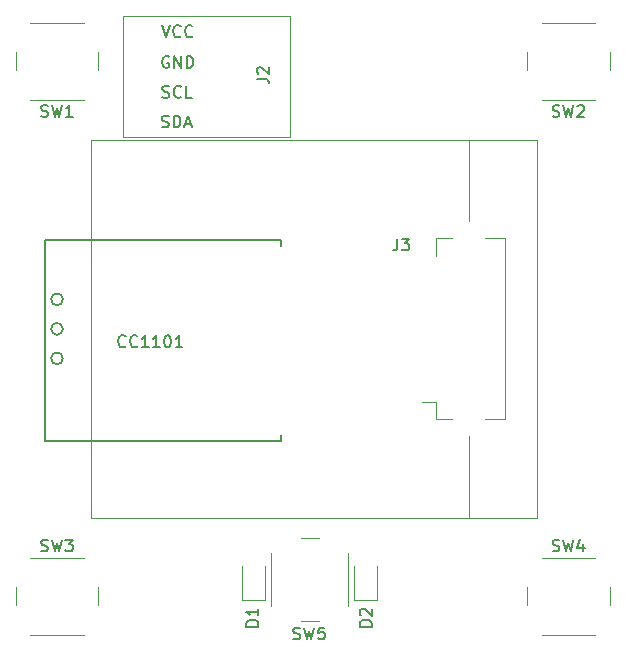
<source format=gbr>
G04 #@! TF.GenerationSoftware,KiCad,Pcbnew,(5.1.5-0-10_14)*
G04 #@! TF.CreationDate,2020-08-16T19:30:06+02:00*
G04 #@! TF.ProjectId,HB-RC-4-Dis-TH,48422d52-432d-4342-9d44-69732d54482e,rev?*
G04 #@! TF.SameCoordinates,Original*
G04 #@! TF.FileFunction,Legend,Top*
G04 #@! TF.FilePolarity,Positive*
%FSLAX46Y46*%
G04 Gerber Fmt 4.6, Leading zero omitted, Abs format (unit mm)*
G04 Created by KiCad (PCBNEW (5.1.5-0-10_14)) date 2020-08-16 19:30:06*
%MOMM*%
%LPD*%
G04 APERTURE LIST*
%ADD10C,0.120000*%
%ADD11C,0.150000*%
G04 APERTURE END LIST*
D10*
X59700000Y-90500000D02*
X59700000Y-97400000D01*
X30450000Y-90300000D02*
X30450000Y-80050000D01*
X44600000Y-90300000D02*
X30450000Y-90300000D01*
X44600000Y-80050000D02*
X44600000Y-90300000D01*
X30450000Y-80050000D02*
X44600000Y-80050000D01*
X59700000Y-115600000D02*
X59700000Y-122500000D01*
X27750000Y-122500000D02*
X27750000Y-90500000D01*
X65500000Y-122500000D02*
X27750000Y-122500000D01*
X65500000Y-90500000D02*
X65500000Y-122500000D01*
X27750000Y-90500000D02*
X65500000Y-90500000D01*
X62820000Y-98830000D02*
X61100000Y-98830000D01*
X62820000Y-114170000D02*
X62820000Y-98830000D01*
X61100000Y-114170000D02*
X62820000Y-114170000D01*
X56980000Y-112700000D02*
X55800000Y-112700000D01*
X56980000Y-114170000D02*
X56980000Y-112700000D01*
X58300000Y-114170000D02*
X56980000Y-114170000D01*
X56980000Y-98830000D02*
X58300000Y-98830000D01*
X56980000Y-100300000D02*
X56980000Y-98830000D01*
X47000000Y-124250000D02*
X45500000Y-124250000D01*
X43000000Y-125500000D02*
X43000000Y-130000000D01*
X45500000Y-131250000D02*
X47000000Y-131250000D01*
X49500000Y-130000000D02*
X49500000Y-125500000D01*
X71650000Y-129900000D02*
X71650000Y-128400000D01*
X70400000Y-125900000D02*
X65900000Y-125900000D01*
X64650000Y-128400000D02*
X64650000Y-129900000D01*
X65900000Y-132400000D02*
X70400000Y-132400000D01*
X28350000Y-129900000D02*
X28350000Y-128400000D01*
X27100000Y-125900000D02*
X22600000Y-125900000D01*
X21350000Y-128400000D02*
X21350000Y-129900000D01*
X22600000Y-132400000D02*
X27100000Y-132400000D01*
X64650000Y-83100000D02*
X64650000Y-84600000D01*
X65900000Y-87100000D02*
X70400000Y-87100000D01*
X71650000Y-84600000D02*
X71650000Y-83100000D01*
X70400000Y-80600000D02*
X65900000Y-80600000D01*
X21350000Y-83100000D02*
X21350000Y-84600000D01*
X22600000Y-87100000D02*
X27100000Y-87100000D01*
X28350000Y-84600000D02*
X28350000Y-83100000D01*
X27100000Y-80600000D02*
X22600000Y-80600000D01*
D11*
X43850000Y-99000000D02*
X43850000Y-99500000D01*
X43850000Y-116000000D02*
X43850000Y-115500000D01*
X25350000Y-104000000D02*
G75*
G03X25350000Y-104000000I-500000J0D01*
G01*
X25350000Y-109000000D02*
G75*
G03X25350000Y-109000000I-500000J0D01*
G01*
X25350000Y-106500000D02*
G75*
G03X25350000Y-106500000I-500000J0D01*
G01*
X43850000Y-116000000D02*
X23850000Y-116000000D01*
X23850000Y-116000000D02*
X23850000Y-99000000D01*
X23850000Y-99000000D02*
X43850000Y-99000000D01*
D10*
X51960000Y-129460000D02*
X51960000Y-126600000D01*
X50040000Y-129460000D02*
X51960000Y-129460000D01*
X50040000Y-126600000D02*
X50040000Y-129460000D01*
X42460000Y-129460000D02*
X42460000Y-126600000D01*
X40540000Y-129460000D02*
X42460000Y-129460000D01*
X40540000Y-126600000D02*
X40540000Y-129460000D01*
D11*
X53666666Y-98852380D02*
X53666666Y-99566666D01*
X53619047Y-99709523D01*
X53523809Y-99804761D01*
X53380952Y-99852380D01*
X53285714Y-99852380D01*
X54047619Y-98852380D02*
X54666666Y-98852380D01*
X54333333Y-99233333D01*
X54476190Y-99233333D01*
X54571428Y-99280952D01*
X54619047Y-99328571D01*
X54666666Y-99423809D01*
X54666666Y-99661904D01*
X54619047Y-99757142D01*
X54571428Y-99804761D01*
X54476190Y-99852380D01*
X54190476Y-99852380D01*
X54095238Y-99804761D01*
X54047619Y-99757142D01*
X41793380Y-85340933D02*
X42507666Y-85340933D01*
X42650523Y-85388552D01*
X42745761Y-85483790D01*
X42793380Y-85626647D01*
X42793380Y-85721885D01*
X41888619Y-84912361D02*
X41841000Y-84864742D01*
X41793380Y-84769504D01*
X41793380Y-84531409D01*
X41841000Y-84436171D01*
X41888619Y-84388552D01*
X41983857Y-84340933D01*
X42079095Y-84340933D01*
X42221952Y-84388552D01*
X42793380Y-84959980D01*
X42793380Y-84340933D01*
X33743266Y-80802380D02*
X34076600Y-81802380D01*
X34409933Y-80802380D01*
X35314695Y-81707142D02*
X35267076Y-81754761D01*
X35124219Y-81802380D01*
X35028980Y-81802380D01*
X34886123Y-81754761D01*
X34790885Y-81659523D01*
X34743266Y-81564285D01*
X34695647Y-81373809D01*
X34695647Y-81230952D01*
X34743266Y-81040476D01*
X34790885Y-80945238D01*
X34886123Y-80850000D01*
X35028980Y-80802380D01*
X35124219Y-80802380D01*
X35267076Y-80850000D01*
X35314695Y-80897619D01*
X36314695Y-81707142D02*
X36267076Y-81754761D01*
X36124219Y-81802380D01*
X36028980Y-81802380D01*
X35886123Y-81754761D01*
X35790885Y-81659523D01*
X35743266Y-81564285D01*
X35695647Y-81373809D01*
X35695647Y-81230952D01*
X35743266Y-81040476D01*
X35790885Y-80945238D01*
X35886123Y-80850000D01*
X36028980Y-80802380D01*
X36124219Y-80802380D01*
X36267076Y-80850000D01*
X36314695Y-80897619D01*
X34314695Y-83466200D02*
X34219457Y-83418580D01*
X34076600Y-83418580D01*
X33933742Y-83466200D01*
X33838504Y-83561438D01*
X33790885Y-83656676D01*
X33743266Y-83847152D01*
X33743266Y-83990009D01*
X33790885Y-84180485D01*
X33838504Y-84275723D01*
X33933742Y-84370961D01*
X34076600Y-84418580D01*
X34171838Y-84418580D01*
X34314695Y-84370961D01*
X34362314Y-84323342D01*
X34362314Y-83990009D01*
X34171838Y-83990009D01*
X34790885Y-84418580D02*
X34790885Y-83418580D01*
X35362314Y-84418580D01*
X35362314Y-83418580D01*
X35838504Y-84418580D02*
X35838504Y-83418580D01*
X36076600Y-83418580D01*
X36219457Y-83466200D01*
X36314695Y-83561438D01*
X36362314Y-83656676D01*
X36409933Y-83847152D01*
X36409933Y-83990009D01*
X36362314Y-84180485D01*
X36314695Y-84275723D01*
X36219457Y-84370961D01*
X36076600Y-84418580D01*
X35838504Y-84418580D01*
X33735314Y-89400161D02*
X33878171Y-89447780D01*
X34116266Y-89447780D01*
X34211504Y-89400161D01*
X34259123Y-89352542D01*
X34306742Y-89257304D01*
X34306742Y-89162066D01*
X34259123Y-89066828D01*
X34211504Y-89019209D01*
X34116266Y-88971590D01*
X33925790Y-88923971D01*
X33830552Y-88876352D01*
X33782933Y-88828733D01*
X33735314Y-88733495D01*
X33735314Y-88638257D01*
X33782933Y-88543019D01*
X33830552Y-88495400D01*
X33925790Y-88447780D01*
X34163885Y-88447780D01*
X34306742Y-88495400D01*
X34735314Y-89447780D02*
X34735314Y-88447780D01*
X34973409Y-88447780D01*
X35116266Y-88495400D01*
X35211504Y-88590638D01*
X35259123Y-88685876D01*
X35306742Y-88876352D01*
X35306742Y-89019209D01*
X35259123Y-89209685D01*
X35211504Y-89304923D01*
X35116266Y-89400161D01*
X34973409Y-89447780D01*
X34735314Y-89447780D01*
X35687695Y-89162066D02*
X36163885Y-89162066D01*
X35592457Y-89447780D02*
X35925790Y-88447780D01*
X36259123Y-89447780D01*
X33784523Y-86885561D02*
X33927380Y-86933180D01*
X34165476Y-86933180D01*
X34260714Y-86885561D01*
X34308333Y-86837942D01*
X34355952Y-86742704D01*
X34355952Y-86647466D01*
X34308333Y-86552228D01*
X34260714Y-86504609D01*
X34165476Y-86456990D01*
X33975000Y-86409371D01*
X33879761Y-86361752D01*
X33832142Y-86314133D01*
X33784523Y-86218895D01*
X33784523Y-86123657D01*
X33832142Y-86028419D01*
X33879761Y-85980800D01*
X33975000Y-85933180D01*
X34213095Y-85933180D01*
X34355952Y-85980800D01*
X35355952Y-86837942D02*
X35308333Y-86885561D01*
X35165476Y-86933180D01*
X35070238Y-86933180D01*
X34927380Y-86885561D01*
X34832142Y-86790323D01*
X34784523Y-86695085D01*
X34736904Y-86504609D01*
X34736904Y-86361752D01*
X34784523Y-86171276D01*
X34832142Y-86076038D01*
X34927380Y-85980800D01*
X35070238Y-85933180D01*
X35165476Y-85933180D01*
X35308333Y-85980800D01*
X35355952Y-86028419D01*
X36260714Y-86933180D02*
X35784523Y-86933180D01*
X35784523Y-85933180D01*
X44866666Y-132754761D02*
X45009523Y-132802380D01*
X45247619Y-132802380D01*
X45342857Y-132754761D01*
X45390476Y-132707142D01*
X45438095Y-132611904D01*
X45438095Y-132516666D01*
X45390476Y-132421428D01*
X45342857Y-132373809D01*
X45247619Y-132326190D01*
X45057142Y-132278571D01*
X44961904Y-132230952D01*
X44914285Y-132183333D01*
X44866666Y-132088095D01*
X44866666Y-131992857D01*
X44914285Y-131897619D01*
X44961904Y-131850000D01*
X45057142Y-131802380D01*
X45295238Y-131802380D01*
X45438095Y-131850000D01*
X45771428Y-131802380D02*
X46009523Y-132802380D01*
X46200000Y-132088095D01*
X46390476Y-132802380D01*
X46628571Y-131802380D01*
X47485714Y-131802380D02*
X47009523Y-131802380D01*
X46961904Y-132278571D01*
X47009523Y-132230952D01*
X47104761Y-132183333D01*
X47342857Y-132183333D01*
X47438095Y-132230952D01*
X47485714Y-132278571D01*
X47533333Y-132373809D01*
X47533333Y-132611904D01*
X47485714Y-132707142D01*
X47438095Y-132754761D01*
X47342857Y-132802380D01*
X47104761Y-132802380D01*
X47009523Y-132754761D01*
X46961904Y-132707142D01*
X66816666Y-125304761D02*
X66959523Y-125352380D01*
X67197619Y-125352380D01*
X67292857Y-125304761D01*
X67340476Y-125257142D01*
X67388095Y-125161904D01*
X67388095Y-125066666D01*
X67340476Y-124971428D01*
X67292857Y-124923809D01*
X67197619Y-124876190D01*
X67007142Y-124828571D01*
X66911904Y-124780952D01*
X66864285Y-124733333D01*
X66816666Y-124638095D01*
X66816666Y-124542857D01*
X66864285Y-124447619D01*
X66911904Y-124400000D01*
X67007142Y-124352380D01*
X67245238Y-124352380D01*
X67388095Y-124400000D01*
X67721428Y-124352380D02*
X67959523Y-125352380D01*
X68150000Y-124638095D01*
X68340476Y-125352380D01*
X68578571Y-124352380D01*
X69388095Y-124685714D02*
X69388095Y-125352380D01*
X69150000Y-124304761D02*
X68911904Y-125019047D01*
X69530952Y-125019047D01*
X23516666Y-125304761D02*
X23659523Y-125352380D01*
X23897619Y-125352380D01*
X23992857Y-125304761D01*
X24040476Y-125257142D01*
X24088095Y-125161904D01*
X24088095Y-125066666D01*
X24040476Y-124971428D01*
X23992857Y-124923809D01*
X23897619Y-124876190D01*
X23707142Y-124828571D01*
X23611904Y-124780952D01*
X23564285Y-124733333D01*
X23516666Y-124638095D01*
X23516666Y-124542857D01*
X23564285Y-124447619D01*
X23611904Y-124400000D01*
X23707142Y-124352380D01*
X23945238Y-124352380D01*
X24088095Y-124400000D01*
X24421428Y-124352380D02*
X24659523Y-125352380D01*
X24850000Y-124638095D01*
X25040476Y-125352380D01*
X25278571Y-124352380D01*
X25564285Y-124352380D02*
X26183333Y-124352380D01*
X25850000Y-124733333D01*
X25992857Y-124733333D01*
X26088095Y-124780952D01*
X26135714Y-124828571D01*
X26183333Y-124923809D01*
X26183333Y-125161904D01*
X26135714Y-125257142D01*
X26088095Y-125304761D01*
X25992857Y-125352380D01*
X25707142Y-125352380D01*
X25611904Y-125304761D01*
X25564285Y-125257142D01*
X66816666Y-88504761D02*
X66959523Y-88552380D01*
X67197619Y-88552380D01*
X67292857Y-88504761D01*
X67340476Y-88457142D01*
X67388095Y-88361904D01*
X67388095Y-88266666D01*
X67340476Y-88171428D01*
X67292857Y-88123809D01*
X67197619Y-88076190D01*
X67007142Y-88028571D01*
X66911904Y-87980952D01*
X66864285Y-87933333D01*
X66816666Y-87838095D01*
X66816666Y-87742857D01*
X66864285Y-87647619D01*
X66911904Y-87600000D01*
X67007142Y-87552380D01*
X67245238Y-87552380D01*
X67388095Y-87600000D01*
X67721428Y-87552380D02*
X67959523Y-88552380D01*
X68150000Y-87838095D01*
X68340476Y-88552380D01*
X68578571Y-87552380D01*
X68911904Y-87647619D02*
X68959523Y-87600000D01*
X69054761Y-87552380D01*
X69292857Y-87552380D01*
X69388095Y-87600000D01*
X69435714Y-87647619D01*
X69483333Y-87742857D01*
X69483333Y-87838095D01*
X69435714Y-87980952D01*
X68864285Y-88552380D01*
X69483333Y-88552380D01*
X23516666Y-88504761D02*
X23659523Y-88552380D01*
X23897619Y-88552380D01*
X23992857Y-88504761D01*
X24040476Y-88457142D01*
X24088095Y-88361904D01*
X24088095Y-88266666D01*
X24040476Y-88171428D01*
X23992857Y-88123809D01*
X23897619Y-88076190D01*
X23707142Y-88028571D01*
X23611904Y-87980952D01*
X23564285Y-87933333D01*
X23516666Y-87838095D01*
X23516666Y-87742857D01*
X23564285Y-87647619D01*
X23611904Y-87600000D01*
X23707142Y-87552380D01*
X23945238Y-87552380D01*
X24088095Y-87600000D01*
X24421428Y-87552380D02*
X24659523Y-88552380D01*
X24850000Y-87838095D01*
X25040476Y-88552380D01*
X25278571Y-87552380D01*
X26183333Y-88552380D02*
X25611904Y-88552380D01*
X25897619Y-88552380D02*
X25897619Y-87552380D01*
X25802380Y-87695238D01*
X25707142Y-87790476D01*
X25611904Y-87838095D01*
X30654761Y-107957142D02*
X30607142Y-108004761D01*
X30464285Y-108052380D01*
X30369047Y-108052380D01*
X30226190Y-108004761D01*
X30130952Y-107909523D01*
X30083333Y-107814285D01*
X30035714Y-107623809D01*
X30035714Y-107480952D01*
X30083333Y-107290476D01*
X30130952Y-107195238D01*
X30226190Y-107100000D01*
X30369047Y-107052380D01*
X30464285Y-107052380D01*
X30607142Y-107100000D01*
X30654761Y-107147619D01*
X31654761Y-107957142D02*
X31607142Y-108004761D01*
X31464285Y-108052380D01*
X31369047Y-108052380D01*
X31226190Y-108004761D01*
X31130952Y-107909523D01*
X31083333Y-107814285D01*
X31035714Y-107623809D01*
X31035714Y-107480952D01*
X31083333Y-107290476D01*
X31130952Y-107195238D01*
X31226190Y-107100000D01*
X31369047Y-107052380D01*
X31464285Y-107052380D01*
X31607142Y-107100000D01*
X31654761Y-107147619D01*
X32607142Y-108052380D02*
X32035714Y-108052380D01*
X32321428Y-108052380D02*
X32321428Y-107052380D01*
X32226190Y-107195238D01*
X32130952Y-107290476D01*
X32035714Y-107338095D01*
X33559523Y-108052380D02*
X32988095Y-108052380D01*
X33273809Y-108052380D02*
X33273809Y-107052380D01*
X33178571Y-107195238D01*
X33083333Y-107290476D01*
X32988095Y-107338095D01*
X34178571Y-107052380D02*
X34273809Y-107052380D01*
X34369047Y-107100000D01*
X34416666Y-107147619D01*
X34464285Y-107242857D01*
X34511904Y-107433333D01*
X34511904Y-107671428D01*
X34464285Y-107861904D01*
X34416666Y-107957142D01*
X34369047Y-108004761D01*
X34273809Y-108052380D01*
X34178571Y-108052380D01*
X34083333Y-108004761D01*
X34035714Y-107957142D01*
X33988095Y-107861904D01*
X33940476Y-107671428D01*
X33940476Y-107433333D01*
X33988095Y-107242857D01*
X34035714Y-107147619D01*
X34083333Y-107100000D01*
X34178571Y-107052380D01*
X35464285Y-108052380D02*
X34892857Y-108052380D01*
X35178571Y-108052380D02*
X35178571Y-107052380D01*
X35083333Y-107195238D01*
X34988095Y-107290476D01*
X34892857Y-107338095D01*
X51491380Y-131711095D02*
X50491380Y-131711095D01*
X50491380Y-131473000D01*
X50539000Y-131330142D01*
X50634238Y-131234904D01*
X50729476Y-131187285D01*
X50919952Y-131139666D01*
X51062809Y-131139666D01*
X51253285Y-131187285D01*
X51348523Y-131234904D01*
X51443761Y-131330142D01*
X51491380Y-131473000D01*
X51491380Y-131711095D01*
X50586619Y-130758714D02*
X50539000Y-130711095D01*
X50491380Y-130615857D01*
X50491380Y-130377761D01*
X50539000Y-130282523D01*
X50586619Y-130234904D01*
X50681857Y-130187285D01*
X50777095Y-130187285D01*
X50919952Y-130234904D01*
X51491380Y-130806333D01*
X51491380Y-130187285D01*
X41896380Y-131711095D02*
X40896380Y-131711095D01*
X40896380Y-131473000D01*
X40944000Y-131330142D01*
X41039238Y-131234904D01*
X41134476Y-131187285D01*
X41324952Y-131139666D01*
X41467809Y-131139666D01*
X41658285Y-131187285D01*
X41753523Y-131234904D01*
X41848761Y-131330142D01*
X41896380Y-131473000D01*
X41896380Y-131711095D01*
X41896380Y-130187285D02*
X41896380Y-130758714D01*
X41896380Y-130473000D02*
X40896380Y-130473000D01*
X41039238Y-130568238D01*
X41134476Y-130663476D01*
X41182095Y-130758714D01*
M02*

</source>
